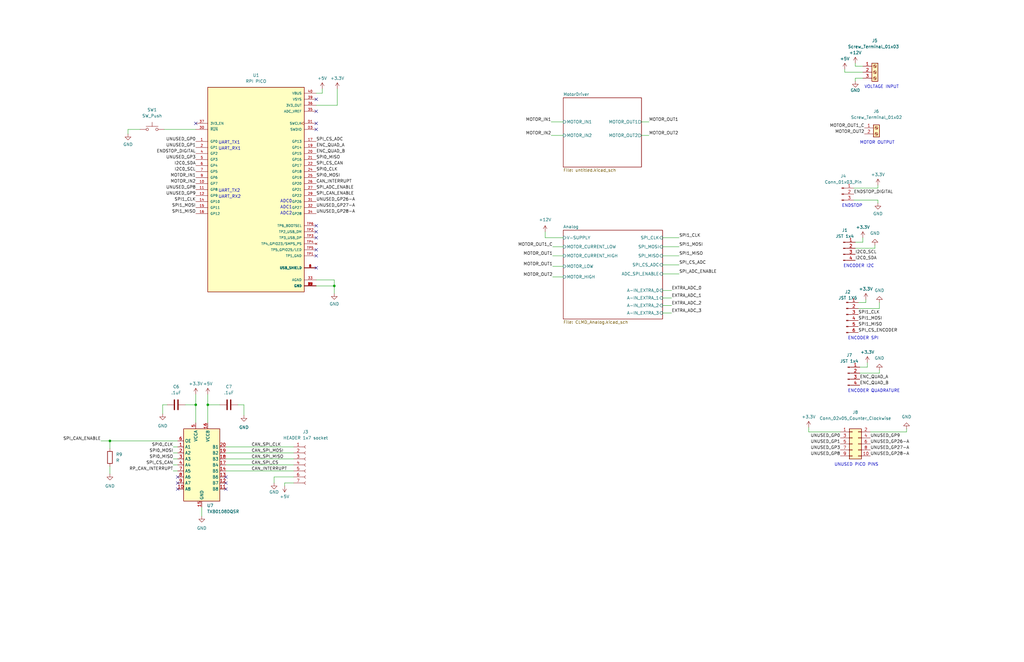
<source format=kicad_sch>
(kicad_sch (version 20230121) (generator eeschema)
  (paper "B")
  (lib_symbols
    (symbol "Connector:Conn_01x03_Pin" (pin_names (offset 1.016) hide)
      (property "Reference" "J" (at 0 5.08 0))
      (property "Value" "Conn_01x03_Pin" (at 0 -5.08 0))
      (symbol "Conn_01x03_Pin_1_1"
        (polyline (pts (xy 1.27 -2.54) (xy 0.8636 -2.54)) (stroke (width 0.1524)))
        (polyline (pts (xy 1.27 0) (xy 0.8636 0)) (stroke (width 0.1524)))
        (polyline (pts (xy 1.27 2.54) (xy 0.8636 2.54)) (stroke (width 0.1524)))
        (rectangle (start 0.8636 -2.413) (end 0 -2.667) (stroke (width 0.1524)) (fill (type outline)))
        (rectangle (start 0.8636 0.127) (end 0 -0.127) (stroke (width 0.1524)) (fill (type outline)))
        (rectangle (start 0.8636 2.667) (end 0 2.413) (stroke (width 0.1524)) (fill (type outline)))
        (pin passive line (at 5.08 2.54 180) (length 3.81) (name "Pin_1") (number "1"))
        (pin passive line (at 5.08 0 180) (length 3.81) (name "Pin_2") (number "2"))
        (pin passive line (at 5.08 -2.54 180) (length 3.81) (name "Pin_3") (number "3"))
      )
    )
    (symbol "Connector:Conn_01x04_Pin" (pin_names (offset 1.016) hide)
      (property "Reference" "J" (at 0 5.08 0))
      (property "Value" "Conn_01x04_Pin" (at 0 -7.62 0))
      (symbol "Conn_01x04_Pin_1_1"
        (polyline (pts (xy 1.27 -5.08) (xy 0.8636 -5.08)) (stroke (width 0.1524)))
        (polyline (pts (xy 1.27 -2.54) (xy 0.8636 -2.54)) (stroke (width 0.1524)))
        (polyline (pts (xy 1.27 0) (xy 0.8636 0)) (stroke (width 0.1524)))
        (polyline (pts (xy 1.27 2.54) (xy 0.8636 2.54)) (stroke (width 0.1524)))
        (rectangle (start 0.8636 -4.953) (end 0 -5.207) (stroke (width 0.1524)) (fill (type outline)))
        (rectangle (start 0.8636 -2.413) (end 0 -2.667) (stroke (width 0.1524)) (fill (type outline)))
        (rectangle (start 0.8636 0.127) (end 0 -0.127) (stroke (width 0.1524)) (fill (type outline)))
        (rectangle (start 0.8636 2.667) (end 0 2.413) (stroke (width 0.1524)) (fill (type outline)))
        (pin passive line (at 5.08 2.54 180) (length 3.81) (name "Pin_1") (number "1"))
        (pin passive line (at 5.08 0 180) (length 3.81) (name "Pin_2") (number "2"))
        (pin passive line (at 5.08 -2.54 180) (length 3.81) (name "Pin_3") (number "3"))
        (pin passive line (at 5.08 -5.08 180) (length 3.81) (name "Pin_4") (number "4"))
      )
    )
    (symbol "Connector:Conn_01x06_Pin" (pin_names (offset 1.016) hide)
      (property "Reference" "J" (at 0 7.62 0))
      (property "Value" "Conn_01x06_Pin" (at 0 -10.16 0))
      (symbol "Conn_01x06_Pin_1_1"
        (polyline (pts (xy 1.27 -7.62) (xy 0.8636 -7.62)) (stroke (width 0.1524)))
        (polyline (pts (xy 1.27 -5.08) (xy 0.8636 -5.08)) (stroke (width 0.1524)))
        (polyline (pts (xy 1.27 -2.54) (xy 0.8636 -2.54)) (stroke (width 0.1524)))
        (polyline (pts (xy 1.27 0) (xy 0.8636 0)) (stroke (width 0.1524)))
        (polyline (pts (xy 1.27 2.54) (xy 0.8636 2.54)) (stroke (width 0.1524)))
        (polyline (pts (xy 1.27 5.08) (xy 0.8636 5.08)) (stroke (width 0.1524)))
        (rectangle (start 0.8636 -7.493) (end 0 -7.747) (stroke (width 0.1524)) (fill (type outline)))
        (rectangle (start 0.8636 -4.953) (end 0 -5.207) (stroke (width 0.1524)) (fill (type outline)))
        (rectangle (start 0.8636 -2.413) (end 0 -2.667) (stroke (width 0.1524)) (fill (type outline)))
        (rectangle (start 0.8636 0.127) (end 0 -0.127) (stroke (width 0.1524)) (fill (type outline)))
        (rectangle (start 0.8636 2.667) (end 0 2.413) (stroke (width 0.1524)) (fill (type outline)))
        (rectangle (start 0.8636 5.207) (end 0 4.953) (stroke (width 0.1524)) (fill (type outline)))
        (pin passive line (at 5.08 5.08 180) (length 3.81) (name "Pin_1") (number "1"))
        (pin passive line (at 5.08 2.54 180) (length 3.81) (name "Pin_2") (number "2"))
        (pin passive line (at 5.08 0 180) (length 3.81) (name "Pin_3") (number "3"))
        (pin passive line (at 5.08 -2.54 180) (length 3.81) (name "Pin_4") (number "4"))
        (pin passive line (at 5.08 -5.08 180) (length 3.81) (name "Pin_5") (number "5"))
        (pin passive line (at 5.08 -7.62 180) (length 3.81) (name "Pin_6") (number "6"))
      )
    )
    (symbol "Connector:Conn_01x07_Socket" (pin_names (offset 1.016) hide)
      (property "Reference" "J" (at 0 10.16 0))
      (property "Value" "Conn_01x07_Socket" (at 0 -10.16 0))
      (symbol "Conn_01x07_Socket_1_1"
        (arc (start 0 -7.112) (mid -0.5058 -7.62) (end 0 -8.128) (stroke (width 0.1524)))
        (arc (start 0 -4.572) (mid -0.5058 -5.08) (end 0 -5.588) (stroke (width 0.1524)))
        (arc (start 0 -2.032) (mid -0.5058 -2.54) (end 0 -3.048) (stroke (width 0.1524)))
        (polyline (pts (xy -1.27 -7.62) (xy -0.508 -7.62)) (stroke (width 0.1524)))
        (polyline (pts (xy -1.27 -5.08) (xy -0.508 -5.08)) (stroke (width 0.1524)))
        (polyline (pts (xy -1.27 -2.54) (xy -0.508 -2.54)) (stroke (width 0.1524)))
        (polyline (pts (xy -1.27 0) (xy -0.508 0)) (stroke (width 0.1524)))
        (polyline (pts (xy -1.27 2.54) (xy -0.508 2.54)) (stroke (width 0.1524)))
        (polyline (pts (xy -1.27 5.08) (xy -0.508 5.08)) (stroke (width 0.1524)))
        (polyline (pts (xy -1.27 7.62) (xy -0.508 7.62)) (stroke (width 0.1524)))
        (arc (start 0 0.508) (mid -0.5058 0) (end 0 -0.508) (stroke (width 0.1524)))
        (arc (start 0 3.048) (mid -0.5058 2.54) (end 0 2.032) (stroke (width 0.1524)))
        (arc (start 0 5.588) (mid -0.5058 5.08) (end 0 4.572) (stroke (width 0.1524)))
        (arc (start 0 8.128) (mid -0.5058 7.62) (end 0 7.112) (stroke (width 0.1524)))
        (pin passive line (at -5.08 7.62 0) (length 3.81) (name "Pin_1") (number "1"))
        (pin passive line (at -5.08 5.08 0) (length 3.81) (name "Pin_2") (number "2"))
        (pin passive line (at -5.08 2.54 0) (length 3.81) (name "Pin_3") (number "3"))
        (pin passive line (at -5.08 0 0) (length 3.81) (name "Pin_4") (number "4"))
        (pin passive line (at -5.08 -2.54 0) (length 3.81) (name "Pin_5") (number "5"))
        (pin passive line (at -5.08 -5.08 0) (length 3.81) (name "Pin_6") (number "6"))
        (pin passive line (at -5.08 -7.62 0) (length 3.81) (name "Pin_7") (number "7"))
      )
    )
    (symbol "Connector:Screw_Terminal_01x02" (pin_names (offset 1.016) hide)
      (property "Reference" "J" (at 0 2.54 0))
      (property "Value" "Screw_Terminal_01x02" (at 0 -5.08 0))
      (symbol "Screw_Terminal_01x02_1_1"
        (rectangle (start -1.27 1.27) (end 1.27 -3.81) (stroke (width 0.254)) (fill (type background)))
        (circle (center 0 -2.54) (radius 0.635) (stroke (width 0.1524)))
        (polyline (pts (xy -0.5334 -2.2098) (xy 0.3302 -3.048)) (stroke (width 0.1524)))
        (polyline (pts (xy -0.5334 0.3302) (xy 0.3302 -0.508)) (stroke (width 0.1524)))
        (polyline (pts (xy -0.3556 -2.032) (xy 0.508 -2.8702)) (stroke (width 0.1524)))
        (polyline (pts (xy -0.3556 0.508) (xy 0.508 -0.3302)) (stroke (width 0.1524)))
        (circle (center 0 0) (radius 0.635) (stroke (width 0.1524)))
        (pin passive line (at -5.08 0 0) (length 3.81) (name "Pin_1") (number "1"))
        (pin passive line (at -5.08 -2.54 0) (length 3.81) (name "Pin_2") (number "2"))
      )
    )
    (symbol "Connector:Screw_Terminal_01x03" (pin_names (offset 1.016) hide)
      (property "Reference" "J" (at 0 5.08 0))
      (property "Value" "Screw_Terminal_01x03" (at 0 -5.08 0))
      (symbol "Screw_Terminal_01x03_1_1"
        (rectangle (start -1.27 3.81) (end 1.27 -3.81) (stroke (width 0.254)) (fill (type background)))
        (circle (center 0 -2.54) (radius 0.635) (stroke (width 0.1524)))
        (polyline (pts (xy -0.5334 -2.2098) (xy 0.3302 -3.048)) (stroke (width 0.1524)))
        (polyline (pts (xy -0.5334 0.3302) (xy 0.3302 -0.508)) (stroke (width 0.1524)))
        (polyline (pts (xy -0.5334 2.8702) (xy 0.3302 2.032)) (stroke (width 0.1524)))
        (polyline (pts (xy -0.3556 -2.032) (xy 0.508 -2.8702)) (stroke (width 0.1524)))
        (polyline (pts (xy -0.3556 0.508) (xy 0.508 -0.3302)) (stroke (width 0.1524)))
        (polyline (pts (xy -0.3556 3.048) (xy 0.508 2.2098)) (stroke (width 0.1524)))
        (circle (center 0 0) (radius 0.635) (stroke (width 0.1524)))
        (circle (center 0 2.54) (radius 0.635) (stroke (width 0.1524)))
        (pin passive line (at -5.08 2.54 0) (length 3.81) (name "Pin_1") (number "1"))
        (pin passive line (at -5.08 0 0) (length 3.81) (name "Pin_2") (number "2"))
        (pin passive line (at -5.08 -2.54 0) (length 3.81) (name "Pin_3") (number "3"))
      )
    )
    (symbol "Connector_Generic:Conn_02x05_Odd_Even" (pin_names (offset 1.016) hide)
      (property "Reference" "J" (at 1.27 7.62 0))
      (property "Value" "Conn_02x05_Odd_Even" (at 1.27 -7.62 0))
      (symbol "Conn_02x05_Odd_Even_1_1"
        (rectangle (start -1.27 -4.953) (end 0 -5.207) (stroke (width 0.1524)))
        (rectangle (start -1.27 -2.413) (end 0 -2.667) (stroke (width 0.1524)))
        (rectangle (start -1.27 0.127) (end 0 -0.127) (stroke (width 0.1524)))
        (rectangle (start -1.27 2.667) (end 0 2.413) (stroke (width 0.1524)))
        (rectangle (start -1.27 5.207) (end 0 4.953) (stroke (width 0.1524)))
        (rectangle (start -1.27 6.35) (end 3.81 -6.35) (stroke (width 0.254)) (fill (type background)))
        (rectangle (start 3.81 -4.953) (end 2.54 -5.207) (stroke (width 0.1524)))
        (rectangle (start 3.81 -2.413) (end 2.54 -2.667) (stroke (width 0.1524)))
        (rectangle (start 3.81 0.127) (end 2.54 -0.127) (stroke (width 0.1524)))
        (rectangle (start 3.81 2.667) (end 2.54 2.413) (stroke (width 0.1524)))
        (rectangle (start 3.81 5.207) (end 2.54 4.953) (stroke (width 0.1524)))
        (pin passive line (at -5.08 5.08 0) (length 3.81) (name "Pin_1") (number "1"))
        (pin passive line (at 7.62 -5.08 180) (length 3.81) (name "Pin_10") (number "10"))
        (pin passive line (at 7.62 5.08 180) (length 3.81) (name "Pin_2") (number "2"))
        (pin passive line (at -5.08 2.54 0) (length 3.81) (name "Pin_3") (number "3"))
        (pin passive line (at 7.62 2.54 180) (length 3.81) (name "Pin_4") (number "4"))
        (pin passive line (at -5.08 0 0) (length 3.81) (name "Pin_5") (number "5"))
        (pin passive line (at 7.62 0 180) (length 3.81) (name "Pin_6") (number "6"))
        (pin passive line (at -5.08 -2.54 0) (length 3.81) (name "Pin_7") (number "7"))
        (pin passive line (at 7.62 -2.54 180) (length 3.81) (name "Pin_8") (number "8"))
        (pin passive line (at -5.08 -5.08 0) (length 3.81) (name "Pin_9") (number "9"))
      )
    )
    (symbol "Device:C" (pin_numbers hide) (pin_names (offset 0.254))
      (property "Reference" "C" (at 0.635 2.54 0))
      (property "Value" "C" (at 0.635 -2.54 0))
      (symbol "C_0_1"
        (polyline (pts (xy -2.032 -0.762) (xy 2.032 -0.762)) (stroke (width 0.508)))
        (polyline (pts (xy -2.032 0.762) (xy 2.032 0.762)) (stroke (width 0.508)))
      )
      (symbol "C_1_1"
        (pin passive line (at 0 3.81 270) (length 2.794) (name "~") (number "1"))
        (pin passive line (at 0 -3.81 90) (length 2.794) (name "~") (number "2"))
      )
    )
    (symbol "Device:R" (pin_numbers hide) (pin_names (offset 0))
      (property "Reference" "R" (at 2.032 0 90))
      (property "Value" "R" (at 0 0 90))
      (symbol "R_0_1"
        (rectangle (start -1.016 -2.54) (end 1.016 2.54) (stroke (width 0.254)))
      )
      (symbol "R_1_1"
        (pin passive line (at 0 3.81 270) (length 1.27) (name "~") (number "1"))
        (pin passive line (at 0 -3.81 90) (length 1.27) (name "~") (number "2"))
      )
    )
    (symbol "Logic_LevelTranslator:TXB0108DQSR"
      (property "Reference" "U" (at -6.35 16.51 0))
      (property "Value" "TXB0108DQSR" (at 3.81 16.51 0))
      (symbol "TXB0108DQSR_0_1"
        (rectangle (start -7.62 15.24) (end 7.62 -15.24) (stroke (width 0.254)) (fill (type background)))
      )
      (symbol "TXB0108DQSR_1_1"
        (pin bidirectional line (at -10.16 7.62 0) (length 2.54) (name "A1") (number "1"))
        (pin bidirectional line (at -10.16 -10.16 0) (length 2.54) (name "A8") (number "10"))
        (pin bidirectional line (at 10.16 -10.16 180) (length 2.54) (name "B8") (number "11"))
        (pin bidirectional line (at 10.16 -7.62 180) (length 2.54) (name "B7") (number "12"))
        (pin bidirectional line (at 10.16 -5.08 180) (length 2.54) (name "B6") (number "13"))
        (pin bidirectional line (at 10.16 -2.54 180) (length 2.54) (name "B5") (number "14"))
        (pin power_in line (at 0 -17.78 90) (length 2.54) (name "GND") (number "15"))
        (pin power_in line (at 2.54 17.78 270) (length 2.54) (name "VCCB") (number "16"))
        (pin bidirectional line (at 10.16 0 180) (length 2.54) (name "B4") (number "17"))
        (pin bidirectional line (at 10.16 2.54 180) (length 2.54) (name "B3") (number "18"))
        (pin bidirectional line (at 10.16 5.08 180) (length 2.54) (name "B2") (number "19"))
        (pin bidirectional line (at -10.16 5.08 0) (length 2.54) (name "A2") (number "2"))
        (pin bidirectional line (at 10.16 7.62 180) (length 2.54) (name "B1") (number "20"))
        (pin bidirectional line (at -10.16 2.54 0) (length 2.54) (name "A3") (number "3"))
        (pin bidirectional line (at -10.16 0 0) (length 2.54) (name "A4") (number "4"))
        (pin power_in line (at -2.54 17.78 270) (length 2.54) (name "VCCA") (number "5"))
        (pin input line (at -10.16 10.16 0) (length 2.54) (name "OE") (number "6"))
        (pin bidirectional line (at -10.16 -2.54 0) (length 2.54) (name "A5") (number "7"))
        (pin bidirectional line (at -10.16 -5.08 0) (length 2.54) (name "A6") (number "8"))
        (pin bidirectional line (at -10.16 -7.62 0) (length 2.54) (name "A7") (number "9"))
      )
    )
    (symbol "SC0915:SC0915" (pin_names (offset 1.016))
      (property "Reference" "U" (at -20.32 44.069 0))
      (property "Value" "SC0915" (at -20.32 -45.72 0))
      (symbol "SC0915_0_0"
        (rectangle (start -20.32 -43.18) (end 20.32 43.18) (stroke (width 0.254)) (fill (type background)))
        (pin bidirectional line (at -25.4 20.32 0) (length 5.08) (name "GP0") (number "1"))
        (pin bidirectional line (at -25.4 2.54 0) (length 5.08) (name "GP7") (number "10"))
        (pin bidirectional line (at -25.4 0 0) (length 5.08) (name "GP8") (number "11"))
        (pin bidirectional line (at -25.4 -2.54 0) (length 5.08) (name "GP9") (number "12"))
        (pin power_in line (at 25.4 -40.64 180) (length 5.08) (name "GND") (number "13"))
        (pin bidirectional line (at -25.4 -5.08 0) (length 5.08) (name "GP10") (number "14"))
        (pin bidirectional line (at -25.4 -7.62 0) (length 5.08) (name "GP11") (number "15"))
        (pin bidirectional line (at -25.4 -10.16 0) (length 5.08) (name "GP12") (number "16"))
        (pin bidirectional line (at 25.4 20.32 180) (length 5.08) (name "GP13") (number "17"))
        (pin power_in line (at 25.4 -40.64 180) (length 5.08) (name "GND") (number "18"))
        (pin bidirectional line (at 25.4 17.78 180) (length 5.08) (name "GP14") (number "19"))
        (pin bidirectional line (at -25.4 17.78 0) (length 5.08) (name "GP1") (number "2"))
        (pin bidirectional line (at 25.4 15.24 180) (length 5.08) (name "GP15") (number "20"))
        (pin bidirectional line (at 25.4 12.7 180) (length 5.08) (name "GP16") (number "21"))
        (pin bidirectional line (at 25.4 10.16 180) (length 5.08) (name "GP17") (number "22"))
        (pin power_in line (at 25.4 -40.64 180) (length 5.08) (name "GND") (number "23"))
        (pin bidirectional line (at 25.4 7.62 180) (length 5.08) (name "GP18") (number "24"))
        (pin bidirectional line (at 25.4 5.08 180) (length 5.08) (name "GP19") (number "25"))
        (pin bidirectional line (at 25.4 2.54 180) (length 5.08) (name "GP20") (number "26"))
        (pin bidirectional line (at 25.4 0 180) (length 5.08) (name "GP21") (number "27"))
        (pin power_in line (at 25.4 -40.64 180) (length 5.08) (name "GND") (number "28"))
        (pin bidirectional line (at 25.4 -2.54 180) (length 5.08) (name "GP22") (number "29"))
        (pin power_in line (at 25.4 -40.64 180) (length 5.08) (name "GND") (number "3"))
        (pin input line (at -25.4 25.4 0) (length 5.08) (name "~{RUN}") (number "30"))
        (pin bidirectional line (at 25.4 -5.08 180) (length 5.08) (name "GP26") (number "31"))
        (pin bidirectional line (at 25.4 -7.62 180) (length 5.08) (name "GP27") (number "32"))
        (pin power_in line (at 25.4 -38.1 180) (length 5.08) (name "AGND") (number "33"))
        (pin bidirectional line (at 25.4 -10.16 180) (length 5.08) (name "GP28") (number "34"))
        (pin power_in line (at 25.4 33.02 180) (length 5.08) (name "ADC_VREF") (number "35"))
        (pin power_in line (at 25.4 35.56 180) (length 5.08) (name "3V3_OUT") (number "36"))
        (pin input line (at -25.4 27.94 0) (length 5.08) (name "3V3_EN") (number "37"))
        (pin power_in line (at 25.4 -40.64 180) (length 5.08) (name "GND") (number "38"))
        (pin power_in line (at 25.4 38.1 180) (length 5.08) (name "VSYS") (number "39"))
        (pin bidirectional line (at -25.4 15.24 0) (length 5.08) (name "GP2") (number "4"))
        (pin power_in line (at 25.4 40.64 180) (length 5.08) (name "VBUS") (number "40"))
        (pin bidirectional line (at -25.4 12.7 0) (length 5.08) (name "GP3") (number "5"))
        (pin bidirectional line (at -25.4 10.16 0) (length 5.08) (name "GP4") (number "6"))
        (pin bidirectional line (at -25.4 7.62 0) (length 5.08) (name "GP5") (number "7"))
        (pin power_in line (at 25.4 -40.64 180) (length 5.08) (name "GND") (number "8"))
        (pin bidirectional line (at -25.4 5.08 0) (length 5.08) (name "GP6") (number "9"))
        (pin power_in line (at 25.4 -33.02 180) (length 5.08) (name "USB_SHIELD") (number "A"))
        (pin power_in line (at 25.4 -33.02 180) (length 5.08) (name "USB_SHIELD") (number "B"))
        (pin power_in line (at 25.4 -33.02 180) (length 5.08) (name "USB_SHIELD") (number "C"))
        (pin power_in line (at 25.4 -33.02 180) (length 5.08) (name "USB_SHIELD") (number "D"))
        (pin input clock (at 25.4 27.94 180) (length 5.08) (name "SWCLK") (number "D1"))
        (pin power_in line (at 25.4 -40.64 180) (length 5.08) (name "GND") (number "D2"))
        (pin bidirectional line (at 25.4 25.4 180) (length 5.08) (name "SWDIO") (number "D3"))
        (pin power_in line (at 25.4 -27.94 180) (length 5.08) (name "TP1_GND") (number "TP1"))
        (pin bidirectional line (at 25.4 -17.78 180) (length 5.08) (name "TP2_USB_DM") (number "TP2"))
        (pin bidirectional line (at 25.4 -20.32 180) (length 5.08) (name "TP3_USB_DP") (number "TP3"))
        (pin no_connect line (at 25.4 -22.86 180) (length 5.08) (name "TP4_GPIO23/SMPS_PS") (number "TP4"))
        (pin output line (at 25.4 -25.4 180) (length 5.08) (name "TP5_GPIO25/LED") (number "TP5"))
        (pin input line (at 25.4 -15.24 180) (length 5.08) (name "TP6_BOOTSEL") (number "TP6"))
      )
    )
    (symbol "Switch:SW_Push" (pin_numbers hide) (pin_names (offset 1.016) hide)
      (property "Reference" "SW" (at 1.27 2.54 0))
      (property "Value" "SW_Push" (at 0 -1.524 0))
      (symbol "SW_Push_0_1"
        (circle (center -2.032 0) (radius 0.508))
        (polyline (pts (xy 0 1.27) (xy 0 3.048)))
        (polyline (pts (xy 2.54 1.27) (xy -2.54 1.27)))
        (circle (center 2.032 0) (radius 0.508))
        (pin passive line (at -5.08 0 0) (length 2.54) (name "1") (number "1"))
        (pin passive line (at 5.08 0 180) (length 2.54) (name "2") (number "2"))
      )
    )
    (symbol "power:+12V" (power) (pin_names (offset 0))
      (property "Value" "+12V" (at 0 3.556 0))
      (symbol "+12V_0_1"
        (polyline (pts (xy -0.762 1.27) (xy 0 2.54)))
        (polyline (pts (xy 0 0) (xy 0 2.54)))
        (polyline (pts (xy 0 2.54) (xy 0.762 1.27)))
      )
      (symbol "+12V_1_1"
        (pin power_in line (at 0 0 90) (length 0) hide (name "+12V") (number "1"))
      )
    )
    (symbol "power:+3.3V" (power) (pin_names (offset 0))
      (property "Value" "+3.3V" (at 0 3.556 0))
      (symbol "+3.3V_0_1"
        (polyline (pts (xy -0.762 1.27) (xy 0 2.54)))
        (polyline (pts (xy 0 0) (xy 0 2.54)))
        (polyline (pts (xy 0 2.54) (xy 0.762 1.27)))
      )
      (symbol "+3.3V_1_1"
        (pin power_in line (at 0 0 90) (length 0) hide (name "+3.3V") (number "1"))
      )
    )
    (symbol "power:+5V" (power) (pin_names (offset 0))
      (property "Value" "+5V" (at 0 3.556 0))
      (symbol "+5V_0_1"
        (polyline (pts (xy -0.762 1.27) (xy 0 2.54)))
        (polyline (pts (xy 0 0) (xy 0 2.54)))
        (polyline (pts (xy 0 2.54) (xy 0.762 1.27)))
      )
      (symbol "+5V_1_1"
        (pin power_in line (at 0 0 90) (length 0) hide (name "+5V") (number "1"))
      )
    )
    (symbol "power:GND" (power) (pin_names (offset 0))
      (property "Value" "GND" (at 0 -3.81 0))
      (symbol "GND_0_1"
        (polyline (pts (xy 0 0) (xy 0 -1.27) (xy 1.27 -1.27) (xy 0 -2.54) (xy -1.27 -1.27) (xy 0 -1.27)))
      )
      (symbol "GND_1_1"
        (pin power_in line (at 0 0 270) (length 0) hide (name "GND") (number "1"))
      )
    )
  )
  (junction (at 46.355 186.055))
  (junction (at 87.63 170.815))
  (junction (at 82.55 170.815))
  (junction (at 140.97 120.65))
  (no_connect (at 133.35 41.91))
  (no_connect (at 95.25 206.375))
  (no_connect (at 133.35 100.33))
  (no_connect (at 133.35 97.79))
  (no_connect (at 95.25 203.835))
  (no_connect (at 133.35 105.41))
  (no_connect (at 133.35 107.95))
  (no_connect (at 133.35 46.99))
  (no_connect (at 74.93 203.835))
  (no_connect (at 95.25 201.295))
  (no_connect (at 133.35 52.07))
  (no_connect (at 133.35 113.03))
  (no_connect (at 133.35 54.61))
  (no_connect (at 82.55 52.07))
  (no_connect (at 74.93 206.375))
  (no_connect (at 74.93 201.295))
  (no_connect (at 133.35 95.25))
  (wire (pts (xy 368.935 104.775) (xy 368.935 103.505)))
  (wire (pts (xy 340.995 182.245) (xy 340.995 180.34)))
  (wire (pts (xy 363.855 102.235) (xy 363.855 100.33)))
  (wire (pts (xy 279.4 122.555) (xy 283.21 122.555)))
  (wire (pts (xy 73.025 193.675) (xy 74.93 193.675)))
  (wire (pts (xy 365.76 154.94) (xy 365.76 153.035)))
  (wire (pts (xy 356.235 30.48) (xy 356.235 29.21)))
  (wire (pts (xy 95.25 191.135) (xy 123.825 191.135)))
  (wire (pts (xy 123.825 203.835) (xy 120.015 203.835)))
  (wire (pts (xy 362.585 154.94) (xy 365.76 154.94)))
  (wire (pts (xy 279.4 132.08) (xy 283.21 132.08)))
  (wire (pts (xy 370.84 157.48) (xy 370.84 156.21)))
  (wire (pts (xy 87.63 166.37) (xy 87.63 170.815)))
  (wire (pts (xy 73.025 196.215) (xy 74.93 196.215)))
  (wire (pts (xy 115.57 201.295) (xy 115.57 203.835)))
  (wire (pts (xy 85.09 213.995) (xy 85.09 217.805)))
  (wire (pts (xy 68.58 170.815) (xy 68.58 174.625)))
  (wire (pts (xy 279.4 104.14) (xy 286.385 104.14)))
  (wire (pts (xy 53.975 54.61) (xy 53.975 56.515)))
  (wire (pts (xy 370.205 79.375) (xy 370.205 78.105)))
  (wire (pts (xy 232.41 57.15) (xy 237.49 57.15)))
  (wire (pts (xy 133.35 118.11) (xy 140.97 118.11)))
  (wire (pts (xy 46.355 186.055) (xy 46.355 189.23)))
  (wire (pts (xy 120.015 203.835) (xy 120.015 205.105)))
  (wire (pts (xy 140.97 120.65) (xy 133.35 120.65)))
  (wire (pts (xy 233.045 116.84) (xy 237.49 116.84)))
  (wire (pts (xy 363.855 30.48) (xy 356.235 30.48)))
  (wire (pts (xy 382.27 182.245) (xy 382.27 180.975)))
  (wire (pts (xy 360.68 27.94) (xy 360.68 26.67)))
  (wire (pts (xy 95.25 198.755) (xy 123.825 198.755)))
  (wire (pts (xy 102.87 170.815) (xy 102.87 175.26)))
  (wire (pts (xy 42.545 186.055) (xy 46.355 186.055)))
  (wire (pts (xy 140.97 118.11) (xy 140.97 120.65)))
  (wire (pts (xy 279.4 107.95) (xy 286.385 107.95)))
  (wire (pts (xy 95.25 196.215) (xy 123.825 196.215)))
  (wire (pts (xy 370.84 127.635) (xy 370.84 130.175)))
  (wire (pts (xy 361.95 130.175) (xy 370.84 130.175)))
  (wire (pts (xy 363.855 27.94) (xy 360.68 27.94)))
  (wire (pts (xy 133.35 44.45) (xy 142.24 44.45)))
  (wire (pts (xy 270.51 51.435) (xy 273.685 51.435)))
  (wire (pts (xy 232.41 51.435) (xy 237.49 51.435)))
  (wire (pts (xy 100.33 170.815) (xy 102.87 170.815)))
  (wire (pts (xy 363.855 33.02) (xy 360.68 33.02)))
  (wire (pts (xy 270.51 57.15) (xy 273.685 57.15)))
  (wire (pts (xy 361.95 127.635) (xy 365.125 127.635)))
  (wire (pts (xy 82.55 166.37) (xy 82.55 170.815)))
  (wire (pts (xy 73.025 198.755) (xy 74.93 198.755)))
  (wire (pts (xy 142.24 44.45) (xy 142.24 37.465)))
  (wire (pts (xy 73.025 188.595) (xy 74.93 188.595)))
  (wire (pts (xy 70.485 170.815) (xy 68.58 170.815)))
  (wire (pts (xy 95.25 193.675) (xy 123.825 193.675)))
  (wire (pts (xy 87.63 170.815) (xy 92.71 170.815)))
  (wire (pts (xy 370.205 84.455) (xy 370.205 85.725)))
  (wire (pts (xy 233.045 107.95) (xy 237.49 107.95)))
  (wire (pts (xy 362.585 157.48) (xy 370.84 157.48)))
  (wire (pts (xy 360.68 104.775) (xy 368.935 104.775)))
  (wire (pts (xy 59.055 54.61) (xy 53.975 54.61)))
  (wire (pts (xy 229.87 100.33) (xy 237.49 100.33)))
  (wire (pts (xy 279.4 100.33) (xy 286.385 100.33)))
  (wire (pts (xy 135.89 39.37) (xy 135.89 37.465)))
  (wire (pts (xy 123.825 201.295) (xy 115.57 201.295)))
  (wire (pts (xy 95.25 188.595) (xy 123.825 188.595)))
  (wire (pts (xy 365.125 127.635) (xy 365.125 126.365)))
  (wire (pts (xy 360.68 102.235) (xy 363.855 102.235)))
  (wire (pts (xy 73.025 191.135) (xy 74.93 191.135)))
  (wire (pts (xy 82.55 54.61) (xy 69.215 54.61)))
  (wire (pts (xy 87.63 170.815) (xy 87.63 178.435)))
  (wire (pts (xy 46.355 196.85) (xy 46.355 200.025)))
  (wire (pts (xy 74.93 186.055) (xy 46.355 186.055)))
  (wire (pts (xy 233.045 112.395) (xy 237.49 112.395)))
  (wire (pts (xy 133.35 39.37) (xy 135.89 39.37)))
  (wire (pts (xy 360.68 33.02) (xy 360.68 34.29)))
  (wire (pts (xy 237.49 104.14) (xy 233.045 104.14)))
  (wire (pts (xy 367.03 182.245) (xy 382.27 182.245)))
  (wire (pts (xy 279.4 115.57) (xy 286.385 115.57)))
  (wire (pts (xy 78.105 170.815) (xy 82.55 170.815)))
  (wire (pts (xy 360.045 84.455) (xy 370.205 84.455)))
  (wire (pts (xy 229.87 97.79) (xy 229.87 100.33)))
  (wire (pts (xy 279.4 125.73) (xy 283.21 125.73)))
  (wire (pts (xy 82.55 170.815) (xy 82.55 178.435)))
  (wire (pts (xy 360.045 79.375) (xy 370.205 79.375)))
  (wire (pts (xy 279.4 111.76) (xy 286.385 111.76)))
  (wire (pts (xy 140.97 123.825) (xy 140.97 120.65)))
  (wire (pts (xy 279.4 128.905) (xy 283.21 128.905)))
  (wire (pts (xy 354.33 182.245) (xy 340.995 182.245)))
  (text "ADC0" (at 123.19 85.725 0) (effects (font (size 1.27 1.27)) (justify right bottom)))
  (text "UNUSED PICO PINS" (at 351.79 196.85 0) (effects (font (size 1.27 1.27)) (justify left bottom)))
  (text "ENDSTOP" (at 354.965 87.63 0) (effects (font (size 1.27 1.27)) (justify left bottom)))
  (text "UART_TX1" (at 92.075 60.96 0) (effects (font (size 1.27 1.27)) (justify left bottom)))
  (text "ENCODER I2C" (at 355.6 113.03 0) (effects (font (size 1.27 1.27)) (justify left bottom)))
  (text "UART_TX2" (at 92.075 81.28 0) (effects (font (size 1.27 1.27)) (justify left bottom)))
  (text "ENCODER QUADRATURE" (at 357.505 165.735 0) (effects (font (size 1.27 1.27)) (justify left bottom)))
  (text "ENCODER SPI" (at 357.505 143.51 0) (effects (font (size 1.27 1.27)) (justify left bottom)))
  (text "ADC2" (at 123.19 90.805 0) (effects (font (size 1.27 1.27)) (justify right bottom)))
  (text "UART_RX1" (at 92.075 63.5 0) (effects (font (size 1.27 1.27)) (justify left bottom)))
  (text "VOLTAGE INPUT" (at 364.49 37.465 0) (effects (font (size 1.27 1.27)) (justify left bottom)))
  (text "ADC1" (at 123.19 88.265 0) (effects (font (size 1.27 1.27)) (justify right bottom)))
  (text "MOTOR OUTPUT" (at 362.585 60.96 0) (effects (font (size 1.27 1.27)) (justify left bottom)))
  (text "UART_RX2" (at 92.075 83.82 0) (effects (font (size 1.27 1.27)) (justify left bottom)))
  (label "UNUSED_GP26-A" (at 133.35 85.09 0))
  (label "MOTOR_IN2" (at 82.55 77.47 180))
  (label "ENC_QUAD_A" (at 362.585 160.02 0))
  (label "SPI1_MOSI" (at 361.95 135.255 0))
  (label "SPI0_MOSI" (at 133.35 74.93 0))
  (label "UNUSED_GP8" (at 82.55 80.01 180))
  (label "SPI0_MISO" (at 73.025 193.675 180))
  (label "UNUSED_GP27-A" (at 133.35 87.63 0))
  (label "SPI1_CLK" (at 361.95 132.715 0))
  (label "MOTOR_OUT1_C" (at 364.49 53.975 180))
  (label "MOTOR_OUT1" (at 233.045 107.95 180))
  (label "I2C0_SCL" (at 82.55 72.39 180))
  (label "SPI1_CLK" (at 286.385 100.33 0))
  (label "I2C0_SDA" (at 82.55 69.85 180))
  (label "SPI_CS_ADC" (at 286.385 111.76 0))
  (label "EXTRA_ADC_3" (at 283.21 132.08 0))
  (label "SPI0_CLK" (at 73.025 188.595 180))
  (label "MOTOR_OUT2" (at 233.045 116.84 180))
  (label "SPI1_MOSI" (at 82.55 87.63 180))
  (label "I2C0_SDA" (at 360.68 109.855 0))
  (label "UNUSED_GP9" (at 82.55 82.55 180))
  (label "CAN_SPI_CLK" (at 106.045 188.595 0))
  (label "UNUSED_GP26-A" (at 367.03 187.325 0))
  (label "UNUSED_GP9" (at 367.03 184.785 0))
  (label "SPI0_MISO" (at 133.35 67.31 0))
  (label "CAN_SPI_MOSI" (at 106.045 191.135 0))
  (label "UNUSED_GP0" (at 82.55 59.69 180))
  (label "SPI_CAN_ENABLE" (at 133.35 82.55 0))
  (label "CAN_INTERRUPT" (at 106.045 198.755 0))
  (label "MOTOR_IN1" (at 232.41 51.435 180))
  (label "MOTOR_OUT1_C" (at 233.045 104.14 180))
  (label "MOTOR_OUT1" (at 233.045 112.395 180))
  (label "UNUSED_GP8" (at 354.33 192.405 180))
  (label "MOTOR_OUT2" (at 273.685 57.15 0))
  (label "ENDSTOP_DIGITAL" (at 82.55 64.77 180))
  (label "SPI_CS_ENCODER" (at 361.95 140.335 0))
  (label "RP_CAN_INTERRUPT" (at 73.025 198.755 180))
  (label "ENC_QUAD_A" (at 133.35 62.23 0))
  (label "SPI1_MISO" (at 82.55 90.17 180))
  (label "MOTOR_IN2" (at 232.41 57.15 180))
  (label "SPI1_MISO" (at 286.385 107.95 0))
  (label "SPI1_MISO" (at 361.95 137.795 0))
  (label "ENDSTOP_DIGITAL" (at 360.045 81.915 0))
  (label "EXTRA_ADC_1" (at 283.21 125.73 0))
  (label "ENC_QUAD_B" (at 362.585 162.56 0))
  (label "UNUSED_GP28-A" (at 367.03 192.405 0))
  (label "SPI_CS_CAN" (at 73.025 196.215 180))
  (label "SPI_CS_CAN" (at 133.35 69.85 0))
  (label "CAN_INTERRUPT" (at 133.35 77.47 0))
  (label "CAN_SPI_MISO" (at 106.045 193.675 0))
  (label "I2C0_SCL" (at 360.68 107.315 0))
  (label "CAN_SPI_CS" (at 106.045 196.215 0))
  (label "EXTRA_ADC_0" (at 283.21 122.555 0))
  (label "SPI0_CLK" (at 133.35 72.39 0))
  (label "EXTRA_ADC_2" (at 283.21 128.905 0))
  (label "UNUSED_GP28-A" (at 133.35 90.17 0))
  (label "SPI_ADC_ENABLE" (at 133.35 80.01 0))
  (label "MOTOR_OUT2" (at 364.49 56.515 180))
  (label "SPI_CS_ADC" (at 133.35 59.69 0))
  (label "SPI_ADC_ENABLE" (at 286.385 115.57 0))
  (label "SPI_CAN_ENABLE" (at 42.545 186.055 180))
  (label "UNUSED_GP1" (at 354.33 187.325 180))
  (label "ENC_QUAD_B" (at 133.35 64.77 0))
  (label "UNUSED_GP27-A" (at 367.03 189.865 0))
  (label "UNUSED_GP0" (at 354.33 184.785 180))
  (label "SPI0_MOSI" (at 73.025 191.135 180))
  (label "MOTOR_IN1" (at 82.55 74.93 180))
  (label "UNUSED_GP3" (at 354.33 189.865 180))
  (label "SPI1_CLK" (at 82.55 85.09 180))
  (label "MOTOR_OUT1" (at 273.685 51.435 0))
  (label "UNUSED_GP1" (at 82.55 62.23 180))
  (label "SPI1_MOSI" (at 286.385 104.14 0))
  (label "UNUSED_GP3" (at 82.55 67.31 180))
  (symbol (lib_id "power:GND") (at 115.57 203.835 0) (unit 1)
    (property "Reference" "#PWR011" (effects hide))
    (property "Value" "GND" (at 115.57 207.645 0))
  )
  (symbol (lib_id "power:+3.3V") (at 340.995 180.34 0) (unit 1)
    (property "Reference" "#PWR044" (effects hide))
    (property "Value" "+3.3V" (at 340.995 175.895 0))
  )
  (symbol (lib_id "power:GND") (at 85.09 217.805 0) (unit 1)
    (property "Reference" "#PWR027" (effects hide))
    (property "Value" "GND" (at 85.09 222.885 0))
  )
  (symbol (lib_id "power:+5V") (at 87.63 166.37 0) (unit 1)
    (property "Reference" "#PWR028" (effects hide))
    (property "Value" "+5V" (at 87.63 161.925 0))
  )
  (symbol (lib_id "Device:C") (at 74.295 170.815 90) (unit 1)
    (property "Reference" "C6" (at 74.295 163.195 90))
    (property "Value" ".1uF" (at 74.295 165.735 90))
  )
  (symbol (lib_id "power:+5V") (at 135.89 37.465 0) (unit 1)
    (property "Reference" "#PWR035" (effects hide))
    (property "Value" "+5V" (at 135.89 33.02 0))
  )
  (symbol (lib_id "power:GND") (at 46.355 200.025 0) (unit 1)
    (property "Reference" "#PWR041" (effects hide))
    (property "Value" "GND" (at 46.355 205.105 0))
  )
  (symbol (lib_id "power:GND") (at 370.205 85.725 0) (unit 1)
    (property "Reference" "#PWR034" (effects hide))
    (property "Value" "GND" (at 370.205 90.17 0))
  )
  (symbol (lib_id "Logic_LevelTranslator:TXB0108DQSR") (at 85.09 196.215 0) (unit 1)
    (property "Reference" "U7" (at 87.2841 213.36 0) (effects (justify left)))
    (property "Value" "TXB0108DQSR" (at 87.2841 215.9 0) (effects (justify left)))
    (property "Footprint" "Package_SON:USON-20_2x4mm_P0.4mm" (effects hide))
    (property "Datasheet" "http://www.ti.com/lit/ds/symlink/txb0108.pdf" (effects hide))
  )
  (symbol (lib_id "power:+3.3V") (at 142.24 37.465 0) (unit 1)
    (property "Reference" "#PWR036" (effects hide))
    (property "Value" "+3.3V" (at 142.24 33.02 0))
  )
  (symbol (lib_id "Connector:Conn_01x06_Pin") (at 356.87 132.715 0) (unit 1)
    (property "Reference" "J2" (at 357.505 123.19 0))
    (property "Value" "JST 1X6" (at 357.505 125.73 0))
  )
  (symbol (lib_id "power:+3.3V") (at 363.855 100.33 0) (unit 1)
    (property "Reference" "#PWR07" (effects hide))
    (property "Value" "+3.3V" (at 363.855 95.885 0))
  )
  (symbol (lib_id "power:+3.3V") (at 370.205 78.105 0) (unit 1)
    (property "Reference" "#PWR033" (effects hide))
    (property "Value" "+3.3V" (at 370.205 73.66 0))
  )
  (symbol (lib_id "Connector_Generic:Conn_02x05_Odd_Even") (at 359.41 187.325 0) (unit 1)
    (property "Reference" "J8" (at 360.68 173.99 0))
    (property "Value" "Conn_02x05_Counter_Clockwise" (at 360.68 176.53 0))
  )
  (symbol (lib_id "power:GND") (at 368.935 103.505 180) (unit 1)
    (property "Reference" "#PWR08" (effects hide))
    (property "Value" "GND" (at 368.935 98.425 0))
  )
  (symbol (lib_id "power:GND") (at 370.84 127.635 180) (unit 1)
    (property "Reference" "#PWR010" (effects hide))
    (property "Value" "GND" (at 370.84 122.555 0))
  )
  (symbol (lib_id "Connector:Conn_01x03_Pin") (at 354.965 81.915 0) (unit 1)
    (property "Reference" "J4" (at 355.6 74.295 0))
    (property "Value" "Conn_01x03_Pin" (at 355.6 76.835 0))
  )
  (symbol (lib_id "Device:C") (at 96.52 170.815 90) (unit 1)
    (property "Reference" "C7" (at 96.52 163.195 90))
    (property "Value" ".1uF" (at 96.52 165.735 90))
  )
  (symbol (lib_id "Connector:Screw_Terminal_01x03") (at 368.935 30.48 0) (unit 1)
    (property "Reference" "J5" (at 367.665 17.145 0) (effects (justify left)))
    (property "Value" "Screw_Terminal_01x03" (at 357.505 19.685 0) (effects (justify left)))
  )
  (symbol (lib_id "power:+5V") (at 356.235 29.21 0) (unit 1)
    (property "Reference" "#PWR037" (effects hide))
    (property "Value" "+5V" (at 356.235 24.765 0))
  )
  (symbol (lib_id "Connector:Screw_Terminal_01x02") (at 369.57 53.975 0) (unit 1)
    (property "Reference" "J6" (at 368.3 46.99 0) (effects (justify left)))
    (property "Value" "Screw_Terminal_01x02" (at 358.775 49.53 0) (effects (justify left)))
  )
  (symbol (lib_id "power:+3.3V") (at 365.125 126.365 0) (unit 1)
    (property "Reference" "#PWR09" (effects hide))
    (property "Value" "+3.3V" (at 365.125 121.92 0))
  )
  (symbol (lib_id "power:GND") (at 140.97 123.825 0) (unit 1)
    (property "Reference" "#PWR06" (effects hide))
    (property "Value" "GND" (at 140.97 128.27 0))
  )
  (symbol (lib_id "power:+12V") (at 360.68 26.67 0) (unit 1)
    (property "Reference" "#PWR039" (effects hide))
    (property "Value" "+12V" (at 360.68 22.225 0))
  )
  (symbol (lib_id "Connector:Conn_01x04_Pin") (at 357.505 157.48 0) (unit 1)
    (property "Reference" "J7" (at 358.14 149.86 0))
    (property "Value" "JST 1x4" (at 358.14 152.4 0))
  )
  (symbol (lib_id "Connector:Conn_01x04_Pin") (at 355.6 104.775 0) (unit 1)
    (property "Reference" "J1" (at 356.235 97.155 0))
    (property "Value" "JST 1x4" (at 356.235 99.695 0))
  )
  (symbol (lib_id "power:GND") (at 360.68 34.29 0) (unit 1)
    (property "Reference" "#PWR038" (effects hide))
    (property "Value" "GND" (at 360.68 38.1 0))
  )
  (symbol (lib_id "Connector:Conn_01x07_Socket") (at 128.905 196.215 0) (unit 1)
    (property "Reference" "J3" (at 127.635 182.245 0) (effects (justify left)))
    (property "Value" "HEADER 1x7 socket" (at 119.38 184.785 0) (effects (justify left)))
  )
  (symbol (lib_id "power:+3.3V") (at 365.76 153.035 0) (unit 1)
    (property "Reference" "#PWR042" (effects hide))
    (property "Value" "+3.3V" (at 365.76 148.59 0))
  )
  (symbol (lib_id "power:+3.3V") (at 82.55 166.37 0) (unit 1)
    (property "Reference" "#PWR026" (effects hide))
    (property "Value" "+3.3V" (at 82.55 161.925 0))
  )
  (symbol (lib_id "power:+5V") (at 120.015 205.105 180) (unit 1)
    (property "Reference" "#PWR012" (effects hide))
    (property "Value" "+5V" (at 120.015 209.55 0))
  )
  (symbol (lib_id "power:GND") (at 382.27 180.975 180) (unit 1)
    (property "Reference" "#PWR045" (effects hide))
    (property "Value" "GND" (at 382.27 175.895 0))
  )
  (symbol (lib_id "power:GND") (at 68.58 174.625 0) (unit 1)
    (property "Reference" "#PWR025" (effects hide))
    (property "Value" "GND" (at 68.58 179.705 0))
  )
  (symbol (lib_id "Switch:SW_Push") (at 64.135 54.61 0) (unit 1)
    (property "Reference" "SW1" (at 64.135 46.355 0))
    (property "Value" "SW_Push" (at 64.135 48.895 0))
  )
  (symbol (lib_id "power:+12V") (at 229.87 97.79 0) (unit 1)
    (property "Reference" "#PWR030" (effects hide))
    (property "Value" "+12V" (at 229.87 92.71 0))
  )
  (symbol (lib_id "power:GND") (at 102.87 175.26 0) (unit 1)
    (property "Reference" "#PWR029" (effects hide))
    (property "Value" "GND" (at 102.87 180.34 0))
  )
  (symbol (lib_id "Device:R") (at 46.355 193.04 0) (unit 1)
    (property "Reference" "R9" (at 48.895 191.77 0) (effects (justify left)))
    (property "Value" "R" (at 48.895 194.31 0) (effects (justify left)))
  )
  (symbol (lib_id "SC0915:SC0915") (at 107.95 80.01 0) (unit 1)
    (property "Reference" "U1" (at 107.95 31.75 0))
    (property "Value" "RPI PICO" (at 107.95 34.29 0))
    (property "Footprint" "SC0915:MODULE_SC0915" (effects hide))
    (property "MF" "Pi Supply" (effects hide))
    (property "Description" "\n                        \n                            RP2040 Raspberry Pi Pico - ARM® Cortex®-M0+ MCU 32-Bit Embedded Evaluation Board\n                        \n" (effects hide))
    (property "Package" "None" (effects hide))
    (property "Price" "None" (effects hide))
    (property "Check_prices" "https://www.snapeda.com/parts/SC0915/Pi+Supply/view-part/?ref=eda" (effects hide))
    (property "STANDARD" "Manufacturer Recommendations" (effects hide))
    (property "PARTREV" "1.9" (effects hide))
    (property "SnapEDA_Link" "https://www.snapeda.com/parts/SC0915/Pi+Supply/view-part/?ref=snap" (effects hide))
    (property "MP" "SC0915" (effects hide))
    (property "MANUFACTURER" "Pi Supply" (effects hide))
    (property "Availability" "In Stock" (effects hide))
    (property "SNAPEDA_PN" "SC0915" (effects hide))
  )
  (symbol (lib_id "power:GND") (at 53.975 56.515 0) (unit 1)
    (property "Reference" "#PWR046" (effects hide))
    (property "Value" "GND" (at 53.975 60.96 0))
  )
  (symbol (lib_id "power:GND") (at 370.84 156.21 180) (unit 1)
    (property "Reference" "#PWR043" (effects hide))
    (property "Value" "GND" (at 370.84 151.13 0))
  )
  (sheet (at 237.49 97.155) (size 41.91 37.465) (stroke (width 0.1524))
    (property "Sheetname" "Analog" (at 237.49 96.4434 0) (effects (justify left bottom)))
    (property "Sheetfile" "CLMD_Analog.kicad_sch" (at 237.49 135.2046 0) (effects (justify left top)))
    (pin "MOTOR_CURRENT_LOW" input (at 237.49 104.14 180))
    (pin "MOTOR_CURRENT_HIGH" input (at 237.49 107.95 180))
    (pin "MOTOR_LOW" input (at 237.49 112.395 180))
    (pin "MOTOR_HIGH" input (at 237.49 116.84 180))
    (pin "V-SUPPLY" input (at 237.49 100.33 180))
    (pin "SPI_MOSI" input (at 279.4 104.14 0))
    (pin "SPI_CS_ADC" input (at 279.4 111.76 0))
    (pin "SPI_CLK" input (at 279.4 100.33 0))
    (pin "SPI_MISO" input (at 279.4 107.95 0))
    (pin "A-IN_EXTRA_0" input (at 279.4 122.555 0))
    (pin "A-IN_EXTRA_1" input (at 279.4 125.73 0))
    (pin "A-IN_EXTRA_2" input (at 279.4 128.905 0))
    (pin "A-IN_EXTRA_3" input (at 279.4 132.08 0))
    (pin "ADC_SPI_ENABLE" input (at 279.4 115.57 0))
  )
  (sheet (at 237.49 41.275) (size 33.02 29.21) (stroke (width 0.1524))
    (property "Sheetname" "MotorDriver" (at 237.49 40.5634 0) (effects (justify left bottom)))
    (property "Sheetfile" "untitled.kicad_sch" (at 237.49 71.0696 0) (effects (justify left top)))
    (pin "MOTOR_IN2" input (at 237.49 57.15 180))
    (pin "MOTOR_IN1" input (at 237.49 51.435 180))
    (pin "MOTOR_OUT2" output (at 270.51 57.15 0))
    (pin "MOTOR_OUT1" output (at 270.51 51.435 0))
  )
)
</source>
